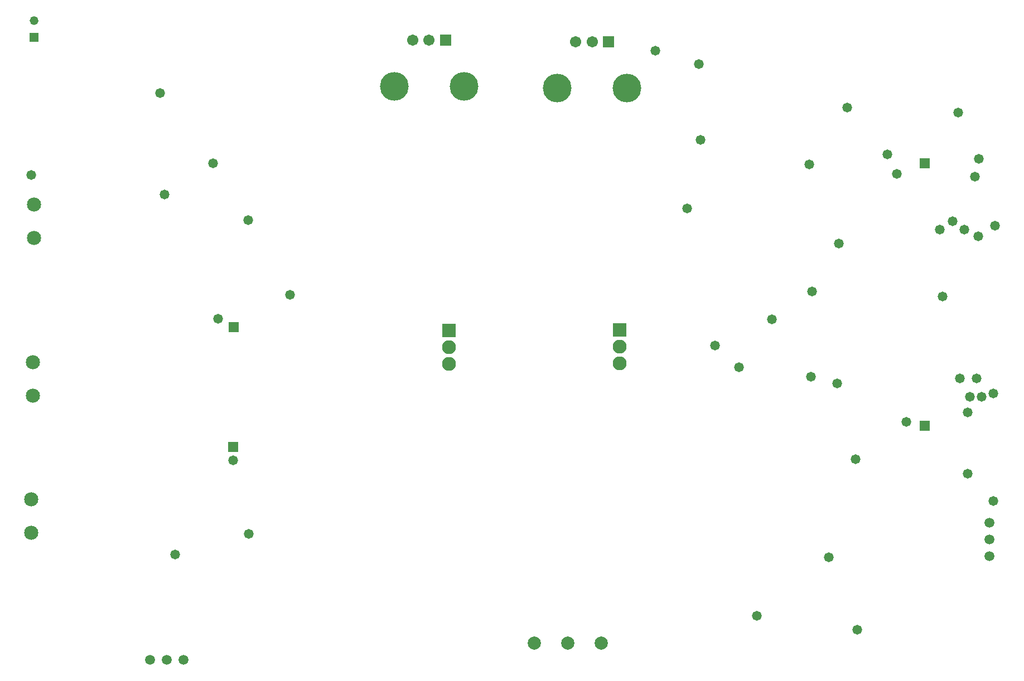
<source format=gbs>
G04*
G04 #@! TF.GenerationSoftware,Altium Limited,Altium Designer,25.4.2 (15)*
G04*
G04 Layer_Color=16711935*
%FSLAX44Y44*%
%MOMM*%
G71*
G04*
G04 #@! TF.SameCoordinates,4A3AD181-7CB4-4688-AC2E-BB694ACB6322*
G04*
G04*
G04 #@! TF.FilePolarity,Negative*
G04*
G01*
G75*
%ADD36C,1.4986*%
%ADD37R,2.1232X2.1232*%
%ADD38C,2.1232*%
%ADD39R,1.4986X1.4986*%
%ADD40R,1.4986X1.4986*%
%ADD41R,1.3208X1.3208*%
%ADD42C,1.3208*%
%ADD43R,1.7032X1.7032*%
%ADD44C,1.7032*%
%ADD45C,4.3582*%
%ADD46C,2.1532*%
%ADD47C,2.0032*%
%ADD48C,1.4732*%
D36*
X485140Y276860D02*
D03*
X510540D02*
D03*
X535940D02*
D03*
X1758950Y485140D02*
D03*
Y459740D02*
D03*
Y434340D02*
D03*
D37*
X1197610Y778510D02*
D03*
X938530Y777240D02*
D03*
D38*
X1197610Y753110D02*
D03*
Y727710D02*
D03*
X938530Y751840D02*
D03*
Y726440D02*
D03*
D39*
X1660930Y1031240D02*
D03*
Y632460D02*
D03*
D40*
X610870Y600480D02*
D03*
X612140Y782090D02*
D03*
D41*
X308610Y1223010D02*
D03*
D42*
Y1248410D02*
D03*
D43*
X933390Y1218080D02*
D03*
X1181040Y1215540D02*
D03*
D44*
X908390Y1218080D02*
D03*
X883390D02*
D03*
X1156040Y1215540D02*
D03*
X1131040D02*
D03*
D45*
X961390Y1148080D02*
D03*
X855390D02*
D03*
X1209040Y1145540D02*
D03*
X1103040D02*
D03*
D46*
X304800Y520700D02*
D03*
Y469900D02*
D03*
X307340Y728980D02*
D03*
Y678180D02*
D03*
X308610Y969010D02*
D03*
Y918210D02*
D03*
D47*
X1068070Y302260D02*
D03*
X1118870D02*
D03*
X1169670D02*
D03*
D48*
X1767257Y936405D02*
D03*
X1742440Y920750D02*
D03*
X1742509Y1038290D02*
D03*
X1711960Y1108710D02*
D03*
X1737361Y1010921D02*
D03*
X1527810Y697230D02*
D03*
X588010Y795020D02*
D03*
X610870Y580390D02*
D03*
X1604010Y1045210D02*
D03*
X1687800Y829340D02*
D03*
X304800Y1013460D02*
D03*
X1725930Y560070D02*
D03*
X1515110Y433070D02*
D03*
X1558290Y322580D02*
D03*
X1765300Y518160D02*
D03*
X1725930Y652780D02*
D03*
X1633220Y638810D02*
D03*
X500380Y1137920D02*
D03*
X633730Y944880D02*
D03*
X635000Y468630D02*
D03*
X506730Y984250D02*
D03*
X1405890Y344170D02*
D03*
X1555750Y581660D02*
D03*
X1765300Y681990D02*
D03*
X1747520Y676910D02*
D03*
X1729740D02*
D03*
X1739900Y704850D02*
D03*
X1714500D02*
D03*
X1703070Y943610D02*
D03*
X1485322Y1029687D02*
D03*
X1543050Y1116330D02*
D03*
X1318260Y1182370D02*
D03*
X1252220Y1202690D02*
D03*
X1300480Y962660D02*
D03*
X1429174Y794476D02*
D03*
X1342390Y754380D02*
D03*
X1379220Y721680D02*
D03*
X1320800Y1066800D02*
D03*
X580390Y1031240D02*
D03*
X1489710Y836930D02*
D03*
X1530350Y909320D02*
D03*
X1488440Y707390D02*
D03*
X1618105Y1014934D02*
D03*
X1720850Y930910D02*
D03*
X1684020D02*
D03*
X697230Y831850D02*
D03*
X523240Y436880D02*
D03*
M02*

</source>
